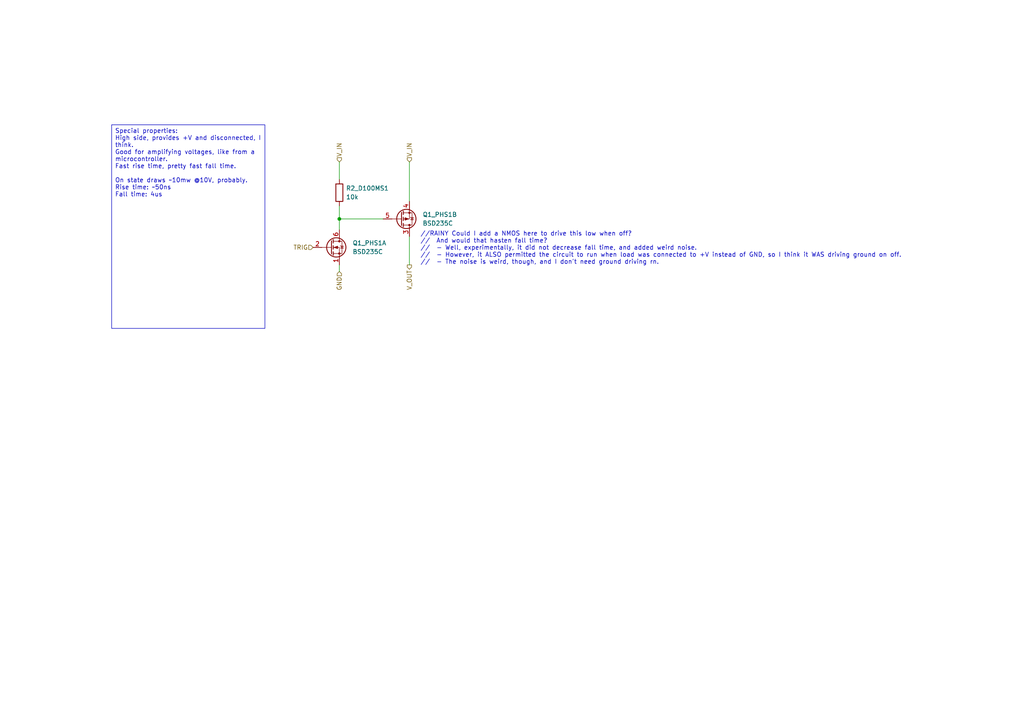
<source format=kicad_sch>
(kicad_sch (version 20230121) (generator eeschema)
  (paper "A4")
  (lib_symbols
    (symbol "Device:R" (pin_numbers hide) (pin_names (offset 0))
      (property "Reference" "R" (at 2.032 0 90))
      (property "Value" "R" (at 0 0 90))
      (symbol "R_0_1"
        (rectangle (start -1.016 -2.54) (end 1.016 2.54) (stroke (width 0.254)))
      )
      (symbol "R_1_1"
        (pin passive line (at 0 3.81 270) (length 1.27) (name "~") (number "1"))
        (pin passive line (at 0 -3.81 90) (length 1.27) (name "~") (number "2"))
      )
    )
    (symbol "Transistor_FET:BSD235C" (pin_names hide)
      (property "Reference" "Q" (at 5.08 2.54 0))
      (property "Value" "BSD235C" (at 5.08 0 0))
      (symbol "BSD235C_1_1"
        (polyline (pts (xy 0.254 -1.905) (xy 0.254 1.905)) (stroke (width 0.254)))
        (polyline (pts (xy 0.254 0) (xy -2.54 0)))
        (polyline (pts (xy 0.762 -2.286) (xy 0.762 -1.27)) (stroke (width 0.254)))
        (polyline (pts (xy 0.762 -0.508) (xy 0.762 0.508)) (stroke (width 0.254)))
        (polyline (pts (xy 0.762 1.27) (xy 0.762 2.286)) (stroke (width 0.254)))
        (polyline (pts (xy 2.54 1.905) (xy 2.54 2.54)))
        (polyline (pts (xy 2.54 -2.54) (xy 2.54 0) (xy 0.762 0)))
        (polyline (pts (xy 0.762 1.778) (xy 3.302 1.778) (xy 3.302 -1.778) (xy 0.762 -1.778)))
        (polyline (pts (xy 1.016 0) (xy 2.032 -0.381) (xy 2.032 0.381) (xy 1.016 0)) (fill (type outline)))
        (polyline (pts (xy 2.794 0.508) (xy 2.921 0.381) (xy 3.683 0.381) (xy 3.81 0.254)))
        (polyline (pts (xy 3.302 0.381) (xy 2.921 -0.254) (xy 3.683 -0.254) (xy 3.302 0.381)))
        (circle (center 1.651 0) (radius 2.794) (stroke (width 0.254)))
        (circle (center 2.54 -1.778) (radius 0.254) (fill (type outline)))
        (circle (center 2.54 1.778) (radius 0.254) (fill (type outline)))
        (pin passive line (at 2.54 -5.08 90) (length 2.54) (name "SN") (number "1"))
        (pin input line (at -5.08 0 0) (length 2.54) (name "GN") (number "2"))
        (pin passive line (at 2.54 5.08 270) (length 2.54) (name "DN") (number "6"))
      )
      (symbol "BSD235C_2_1"
        (polyline (pts (xy 0.254 0) (xy -2.54 0)))
        (polyline (pts (xy 0.254 1.905) (xy 0.254 -1.905)) (stroke (width 0.254)))
        (polyline (pts (xy 0.762 -1.27) (xy 0.762 -2.286)) (stroke (width 0.254)))
        (polyline (pts (xy 0.762 0.508) (xy 0.762 -0.508)) (stroke (width 0.254)))
        (polyline (pts (xy 0.762 2.286) (xy 0.762 1.27)) (stroke (width 0.254)))
        (polyline (pts (xy 2.54 -1.905) (xy 2.54 -2.54)))
        (polyline (pts (xy 2.54 2.54) (xy 2.54 0) (xy 0.762 0)))
        (polyline (pts (xy 0.762 -1.778) (xy 3.302 -1.778) (xy 3.302 1.778) (xy 0.762 1.778)))
        (polyline (pts (xy 2.286 0) (xy 1.27 -0.381) (xy 1.27 0.381) (xy 2.286 0)) (fill (type outline)))
        (polyline (pts (xy 2.794 0.508) (xy 2.921 0.381) (xy 3.683 0.381) (xy 3.81 0.254)))
        (polyline (pts (xy 3.302 0.381) (xy 2.921 -0.254) (xy 3.683 -0.254) (xy 3.302 0.381)))
        (circle (center 1.651 0) (radius 2.794) (stroke (width 0.254)))
        (circle (center 2.54 -1.778) (radius 0.254) (fill (type outline)))
        (circle (center 2.54 1.778) (radius 0.254) (fill (type outline)))
        (pin passive line (at 2.54 -5.08 90) (length 2.54) (name "DP") (number "3"))
        (pin passive line (at 2.54 5.08 270) (length 2.54) (name "SP") (number "4"))
        (pin input line (at -5.08 0 0) (length 2.54) (name "GP") (number "5"))
      )
    )
  )
  (junction (at 98.425 63.5))
  (wire (pts (xy 98.425 63.5) (xy 98.425 66.675)))
  (wire (pts (xy 98.425 46.99) (xy 98.425 52.07)))
  (wire (pts (xy 118.745 46.99) (xy 118.745 58.42)))
  (wire (pts (xy 118.745 76.835) (xy 118.745 68.58)))
  (wire (pts (xy 98.425 59.69) (xy 98.425 63.5)))
  (wire (pts (xy 98.425 63.5) (xy 111.125 63.5)))
  (wire (pts (xy 98.425 78.74) (xy 98.425 76.835)))
  (text_box "Special properties:\nHigh side, provides +V and disconnected, I think.\nGood for amplifying voltages, like from a microcontroller.\nFast rise time, pretty fast fall time.\n\nOn state draws ~10mw @10V, probably.\nRise time: ~50ns\nFall time: 4us" (at 32.385 36.195 0) (size 44.45 59.055) (effects (font (size 1.27 1.27)) (justify left top)))
  (text "//RAINY Could I add a NMOS here to drive this low when off?\n//  And would that hasten fall time?\n//  - Well, experimentally, it did not decrease fall time, and added weird noise.\n//  - However, it ALSO permitted the circuit to run when load was connected to +V instead of GND, so I think it WAS driving ground on off.\n//  - The noise is weird, though, and I don't need ground driving rn." (at 121.92 76.835 0) (effects (font (size 1.27 1.27)) (justify left bottom)))
  (hierarchical_label "V_IN" (shape input) (at 118.745 46.99 90))
  (hierarchical_label "V_IN" (shape input) (at 98.425 46.99 90))
  (hierarchical_label "TRIG" (shape input) (at 90.805 71.755 180))
  (hierarchical_label "GND" (shape input) (at 98.425 78.74 270))
  (hierarchical_label "V_OUT" (shape output) (at 118.745 76.835 270))
  (symbol (lib_id "Device:R") (at 98.425 55.88 180) (unit 1)
    (property "Reference" "R2_D100MS1" (at 100.33 54.61 0) (effects (justify right)))
    (property "Value" "10k" (at 100.33 57.15 0) (effects (justify right)))
    (property "Footprint" "Resistor_SMD:R_0402_1005Metric" (effects hide))
    (property "MFR" "0402WGF1002TCE" (effects hide))
    (property "LCSC" "C25744" (effects hide))
    (property "Description" "62.5mW Thick Film Resistors ±100ppm/℃ ±1% 10kΩ 0402  Chip Resistor - Surface Mount ROHS" (effects hide))
    (property "URL" "https://jlcpcb.com/partdetail/26487-0402WGF1002TCE/C25744" (effects hide))
    (instances (project "kicad_deps" (path "" (reference "R2_D100MS1") (unit 1)) (path "" (reference "R1_HD1") (unit 1))))
  )
  (symbol (lib_id "Transistor_FET:BSD235C") (at 95.885 71.755 0) (unit 1)
    (property "Reference" "Q1_PHS1" (at 102.235 70.485 0) (effects (justify left)))
    (property "Value" "BSD235C" (at 102.235 73.025 0) (effects (justify left)))
    (property "Footprint" "Package_TO_SOT_SMD:SOT-363_SC-70-6" (effects hide))
    (property "Datasheet" "https://www.infineon.com/dgdl/Infineon-BSD235C-DS-v02_04-EN.pdf?fileId=db3a30433580b371013585a2d0d53326" (effects hide))
    (property "MFR" "CJ3439KDW" (effects hide))
    (property "LCSC" "C99824" (effects hide))
    (property "Description" "1PCSN-Channel&1PCSP-Channel SOT-323-6  MOSFETs ROHS" (effects hide))
    (property "URL" "https://jlcpcb.com/partdetail/101038-CJ3439KDW/C99824" (effects hide))
    (instances (project "kicad_deps" (path "" (reference "Q1_PHS1") (unit 1)) (path "" (reference "Q1_HD1") (unit 1))))
  )
  (symbol (lib_id "Transistor_FET:BSD235C") (at 116.205 63.5 0) (unit 2)
    (property "Reference" "Q1_PHS1" (at 122.555 62.23 0) (effects (justify left)))
    (property "Value" "BSD235C" (at 122.555 64.77 0) (effects (justify left)))
    (property "Footprint" "Package_TO_SOT_SMD:SOT-363_SC-70-6" (effects hide))
    (property "Datasheet" "https://www.infineon.com/dgdl/Infineon-BSD235C-DS-v02_04-EN.pdf?fileId=db3a30433580b371013585a2d0d53326" (effects hide))
    (property "MFR" "CJ3439KDW" (effects hide))
    (property "LCSC" "C99824" (effects hide))
    (property "Description" "1PCSN-Channel&1PCSP-Channel SOT-323-6  MOSFETs ROHS" (effects hide))
    (property "URL" "https://jlcpcb.com/partdetail/101038-CJ3439KDW/C99824" (effects hide))
    (instances (project "kicad_deps" (path "" (reference "Q1_PHS1") (unit 2)) (path "" (reference "Q1_HD1") (unit 2))))
  )
)
</source>
